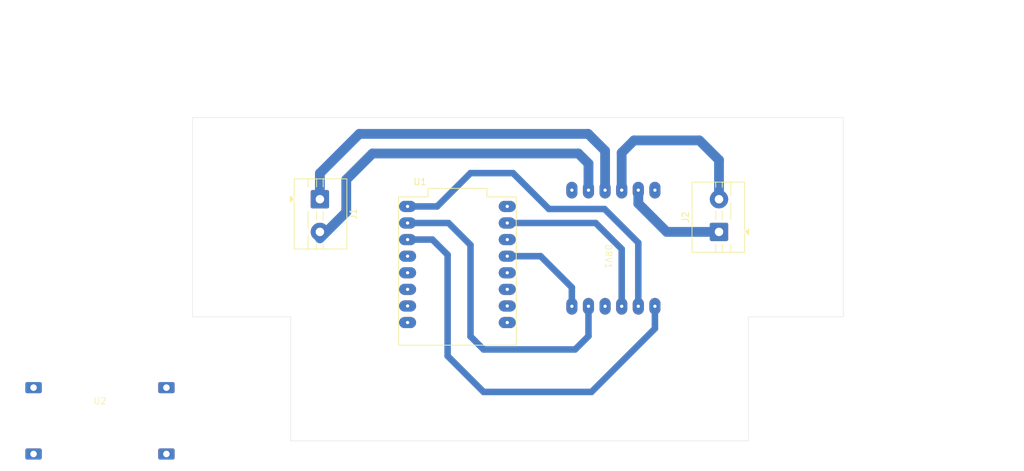
<source format=kicad_pcb>
(kicad_pcb (version 20241229) (generator "pcbnew") (generator_version "9.0")
  (layers (0 "F.Cu" signal) (2 "B.Cu" signal) (13 "F.Paste" user) (15 "B.Paste" user) (5 "F.SilkS" user "F.Silkscreen") (7 "B.SilkS" user "B.Silkscreen") (1 "F.Mask" user) (3 "B.Mask" user) (25 "Edge.Cuts" user))
  (net 0 "")
  (net 1 "GND")
  (net 4 "AIN1")
  (net 5 "TRIG")
  (net 10 "BIN2")
  (net 12 "ECHO")
  (net 13 "BIN1")
  (net 15 "AIN2")
  (net 16 "+5V")
  (net 17 "OUT3")
  (net 18 "OUT2")
  (net 19 "OUT1")
  (net 20 "OUT4")
  (net 22 "VCC")
  (footprint "TerminalBlock:TerminalBlock_MaiXu_MX126-5.0-02P_1x02_P5.00mm" (layer "F.Cu") (at 144.4675 72 -90)
    (property "Reference" "J1" (at 2.25 -5.12 90) (layer "F.SilkS"))
    (property "Value" "Screw_Terminal_01x02")
    (fp_line (start -3.12 3.92) (end -0.3 3.92) (stroke (width 0.12)) (layer "F.SilkS"))
    (fp_line (start 0.3 3.92) (end 7.62 3.92) (stroke (width 0.12)) (layer "F.SilkS"))
    (fp_line (start -3.12 1.8) (end -1.88 1.8) (stroke (width 0.12)) (layer "F.SilkS"))
    (fp_line (start 1.88 1.8) (end 4.457 1.8) (stroke (width 0.12)) (layer "F.SilkS"))
    (fp_line (start 5.543 1.8) (end 7.62 1.8) (stroke (width 0.12)) (layer "F.SilkS"))
    (fp_line (start -3.12 0.5) (end -1.88 0.5) (stroke (width 0.12)) (layer "F.SilkS"))
    (fp_line (start 1.88 0.5) (end 3.188 0.5) (stroke (width 0.12)) (layer "F.SilkS"))
    (fp_line (start 6.812 0.5) (end 7.62 0.5) (stroke (width 0.12)) (layer "F.SilkS"))
    (fp_line (start -3.12 -0.5) (end -1.88 -0.5) (stroke (width 0.12)) (layer "F.SilkS"))
    (fp_line (start 1.88 -0.5) (end 3.188 -0.5) (stroke (width 0.12)) (layer "F.SilkS"))
    (fp_line (start 6.812 -0.5) (end 7.62 -0.5) (stroke (width 0.12)) (layer "F.SilkS"))
    (fp_line (start -3.12 -4.12) (end -3.12 3.92) (stroke (width 0.12)) (layer "F.SilkS"))
    (fp_line (start -3.12 -4.12) (end 7.62 -4.12) (stroke (width 0.12)) (layer "F.SilkS"))
    (fp_line (start 7.62 -4.12) (end 7.62 3.92) (stroke (width 0.12)) (layer "F.SilkS"))
    (fp_poly (pts (xy 0 3.92) (xy 0.44 4.53) (xy -0.44 4.53)) (stroke (width 0.12)) (fill yes) (layer "F.SilkS"))
    (pad "1" thru_hole roundrect (at 0 0 270) (size 2.8 2.8) (drill 1.3) (layers "*.Cu" "*.Mask") (roundrect_rratio 0.089286) (net 17 "OUT3"))
    (pad "2" thru_hole circle (at 5 0 270) (size 2.8 2.8) (drill 1.3) (layers "*.Cu" "*.Mask") (net 20 "OUT4"))
  )
  (footprint "mini360:mini360" (layer "F.Cu") (at 110.84 103.38)
    (property "Reference" "U2" (at 0 -0.5 0) (layer "F.SilkS") (effects (font (thickness 0.1))))
    (property "Value" "~")
    (pad "1" thru_hole roundrect (at -10.16 -2.54) (size 2.5 1.7) (drill 1) (layers "*.Cu" "*.Mask") (roundrect_rratio 0.15))
    (pad "2" thru_hole roundrect (at -10.16 7.62) (size 2.5 1.7) (drill 1) (layers "*.Cu" "*.Mask") (roundrect_rratio 0.15))
    (pad "3" thru_hole roundrect (at 10.16 7.62) (size 2.5 1.7) (drill 1) (layers "*.Cu" "*.Mask") (roundrect_rratio 0.15))
    (pad "4" thru_hole roundrect (at 10.16 -2.54) (size 2.5 1.7) (drill 1) (layers "*.Cu" "*.Mask") (roundrect_rratio 0.15))
  )
  (footprint "ESP32-C3_SUPERMINI_TH:MODULE_ESP32-C3_SUPERMINI" (layer "F.Cu") (at 165.5 83)
    (property "Reference" "U1" (at -5.715 -13.6525 0) (layer "F.SilkS"))
    (property "Value" "ESP32-C3_SUPERMINI_TH")
    (fp_line (start -9 11.35) (end -9 -11.35) (stroke (width 0.127)) (layer "F.SilkS"))
    (fp_line (start -4.5 -12.65) (end -4.5 -11.35) (stroke (width 0.127)) (layer "F.SilkS"))
    (fp_line (start -4.5 -11.35) (end -9 -11.35) (stroke (width 0.127)) (layer "F.SilkS"))
    (fp_line (start 4.5 -12.65) (end -4.5 -12.65) (stroke (width 0.127)) (layer "F.SilkS"))
    (fp_line (start 4.5 -12.65) (end 4.5 -11.35) (stroke (width 0.127)) (layer "F.SilkS"))
    (fp_line (start 9 -11.35) (end 4.5 -11.35) (stroke (width 0.127)) (layer "F.SilkS"))
    (fp_line (start 9 11.35) (end -9 11.35) (stroke (width 0.127)) (layer "F.SilkS"))
    (fp_line (start 9 11.35) (end 9 -11.35) (stroke (width 0.127)) (layer "F.SilkS"))
    (pad "0" thru_hole oval (at 7.62 7.88) (size 2.6 1.7) (drill 0.5) (layers "*.Cu" "*.Mask"))
    (pad "1" thru_hole oval (at 7.62 5.34) (size 2.6 1.7) (drill 0.5) (layers "*.Cu" "*.Mask"))
    (pad "2" thru_hole oval (at 7.62 2.8) (size 2.6 1.7) (drill 0.5) (layers "*.Cu" "*.Mask"))
    (pad "3" thru_hole oval (at 7.62 0.26) (size 2.6 1.7) (drill 0.5) (layers "*.Cu" "*.Mask"))
    (pad "3.3" thru_hole oval (at 7.62 -4.82) (size 2.6 1.7) (drill 0.5) (layers "*.Cu" "*.Mask"))
    (pad "4" thru_hole oval (at 7.62 -2.28) (size 2.6 1.7) (drill 0.5) (layers "*.Cu" "*.Mask") (net 4 "AIN1"))
    (pad "5" thru_hole oval (at -7.62 -9.9) (size 2.6 1.7) (drill 0.5) (layers "*.Cu" "*.Mask") (net 15 "AIN2"))
    (pad "5V" thru_hole oval (at 7.62 -9.9) (size 2.6 1.7) (drill 0.5) (layers "*.Cu" "*.Mask") (net 16 "+5V"))
    (pad "6" thru_hole oval (at -7.62 -7.36) (size 2.6 1.7) (drill 0.5) (layers "*.Cu" "*.Mask") (net 13 "BIN1"))
    (pad "7" thru_hole oval (at -7.62 -4.82) (size 2.6 1.7) (drill 0.5) (layers "*.Cu" "*.Mask") (net 10 "BIN2"))
    (pad "8" thru_hole oval (at -7.62 -2.28) (size 2.6 1.7) (drill 0.5) (layers "*.Cu" "*.Mask") (net 5 "TRIG"))
    (pad "9" thru_hole oval (at -7.62 0.26) (size 2.6 1.7) (drill 0.5) (layers "*.Cu" "*.Mask") (net 12 "ECHO"))
    (pad "10" thru_hole oval (at -7.62 2.8) (size 2.6 1.7) (drill 0.5) (layers "*.Cu" "*.Mask"))
    (pad "20" thru_hole oval (at -7.62 5.34) (size 2.6 1.7) (drill 0.5) (layers "*.Cu" "*.Mask"))
    (pad "21" thru_hole oval (at -7.62 7.88) (size 2.6 1.7) (drill 0.5) (layers "*.Cu" "*.Mask"))
    (pad "G" thru_hole oval (at 7.62 -7.36) (size 2.6 1.7) (drill 0.5) (layers "*.Cu" "*.Mask") (net 1 "GND"))
  )
  (footprint "DRV8833:DRV8833" (layer "F.Cu") (at 188.08 80.77 -90)
    (property "Reference" "DRV1" (at 0 -0.5 270) (layer "F.SilkS") (effects (font (thickness 0.1))))
    (property "Value" "PUENTE H")
    (pad "1" thru_hole oval (at -10.16 -7.62 270) (size 2.55 1.7) (drill 0.5) (layers "*.Cu" "*.Mask"))
    (pad "2" thru_hole oval (at -10.16 -5.08 270) (size 2.55 1.7) (drill 0.5) (layers "*.Cu" "*.Mask") (net 19 "OUT1"))
    (pad "3" thru_hole oval (at -10.16 -2.54 270) (size 2.55 1.7) (drill 0.5) (layers "*.Cu" "*.Mask") (net 18 "OUT2"))
    (pad "4" thru_hole oval (at -10.16 0 270) (size 2.55 1.7) (drill 0.5) (layers "*.Cu" "*.Mask") (net 17 "OUT3"))
    (pad "5" thru_hole oval (at -10.16 2.54 270) (size 2.55 1.7) (drill 0.5) (layers "*.Cu" "*.Mask") (net 20 "OUT4"))
    (pad "6" thru_hole oval (at -10.16 5.08 270) (size 2.55 1.7) (drill 0.5) (layers "*.Cu" "*.Mask"))
    (pad "7" thru_hole oval (at 7.62 5.08 270) (size 2.55 1.7) (drill 0.5) (layers "*.Cu" "*.Mask") (net 4 "AIN1"))
    (pad "8" thru_hole oval (at 7.62 2.54 270) (size 2.55 1.7) (drill 0.5) (layers "*.Cu" "*.Mask") (net 13 "BIN1"))
    (pad "9" thru_hole oval (at 7.62 0 270) (size 2.55 1.7) (drill 0.5) (layers "*.Cu" "*.Mask") (net 22 "VCC"))
    (pad "10" thru_hole oval (at 7.62 -2.54 270) (size 2.55 1.7) (drill 0.5) (layers "*.Cu" "*.Mask") (net 1 "GND"))
    (pad "11" thru_hole oval (at 7.62 -5.08 270) (size 2.55 1.7) (drill 0.5) (layers "*.Cu" "*.Mask") (net 15 "AIN2"))
    (pad "12" thru_hole oval (at 7.62 -7.62 270) (size 2.55 1.7) (drill 0.5) (layers "*.Cu" "*.Mask") (net 10 "BIN2"))
  )
  (footprint "TerminalBlock:TerminalBlock_MaiXu_MX126-5.0-02P_1x02_P5.00mm" (layer "F.Cu") (at 205.5 77 90)
    (property "Reference" "J2" (at 2.25 -5.12 90) (layer "F.SilkS"))
    (property "Value" "Screw_Terminal_01x02")
    (fp_line (start 7.62 -4.12) (end 7.62 3.92) (stroke (width 0.12)) (layer "F.SilkS"))
    (fp_line (start -3.12 -4.12) (end 7.62 -4.12) (stroke (width 0.12)) (layer "F.SilkS"))
    (fp_line (start -3.12 -4.12) (end -3.12 3.92) (stroke (width 0.12)) (layer "F.SilkS"))
    (fp_line (start 6.812 -0.5) (end 7.62 -0.5) (stroke (width 0.12)) (layer "F.SilkS"))
    (fp_line (start 1.88 -0.5) (end 3.188 -0.5) (stroke (width 0.12)) (layer "F.SilkS"))
    (fp_line (start -3.12 -0.5) (end -1.88 -0.5) (stroke (width 0.12)) (layer "F.SilkS"))
    (fp_line (start 6.812 0.5) (end 7.62 0.5) (stroke (width 0.12)) (layer "F.SilkS"))
    (fp_line (start 1.88 0.5) (end 3.188 0.5) (stroke (width 0.12)) (layer "F.SilkS"))
    (fp_line (start -3.12 0.5) (end -1.88 0.5) (stroke (width 0.12)) (layer "F.SilkS"))
    (fp_line (start 5.543 1.8) (end 7.62 1.8) (stroke (width 0.12)) (layer "F.SilkS"))
    (fp_line (start 1.88 1.8) (end 4.457 1.8) (stroke (width 0.12)) (layer "F.SilkS"))
    (fp_line (start -3.12 1.8) (end -1.88 1.8) (stroke (width 0.12)) (layer "F.SilkS"))
    (fp_line (start 0.3 3.92) (end 7.62 3.92) (stroke (width 0.12)) (layer "F.SilkS"))
    (fp_line (start -3.12 3.92) (end -0.3 3.92) (stroke (width 0.12)) (layer "F.SilkS"))
    (fp_poly (pts (xy 0 3.92) (xy 0.44 4.53) (xy -0.44 4.53)) (stroke (width 0.12)) (fill yes) (layer "F.SilkS"))
    (pad "1" thru_hole roundrect (at 0 0 90) (size 2.8 2.8) (drill 1.3) (layers "*.Cu" "*.Mask") (roundrect_rratio 0.089286) (net 19 "OUT1"))
    (pad "2" thru_hole circle (at 5 0 90) (size 2.8 2.8) (drill 1.3) (layers "*.Cu" "*.Mask") (net 18 "OUT2"))
  )
  (gr_line (start 140 109) (end 210 109) (stroke (width 0.05)) (layer "Edge.Cuts"))
  (gr_line (start 125 90) (end 140 90) (stroke (width 0.05)) (layer "Edge.Cuts"))
  (gr_line (start 210 109) (end 210 90) (stroke (width 0.05)) (layer "Edge.Cuts"))
  (gr_line (start 125 59.5) (end 125 90) (stroke (width 0.05)) (layer "Edge.Cuts"))
  (gr_line (start 125 59.5) (end 224.5 59.5) (stroke (width 0.05)) (layer "Edge.Cuts"))
  (gr_line (start 140 90) (end 140 109) (stroke (width 0.05)) (layer "Edge.Cuts"))
  (gr_line (start 210 90) (end 224.5 90) (stroke (width 0.05)) (layer "Edge.Cuts"))
  (gr_line (start 224.5 90) (end 224.5 59.5) (stroke (width 0.05)) (layer "Edge.Cuts"))
  (segment (start 186.64 75.64) (end 173.12 75.64) (width 1) (layer "B.Cu") (net 1))
  (segment (start 190.62 79.62) (end 186.64 75.64) (width 1) (layer "B.Cu") (net 1))
  (segment (start 190.62 88.39) (end 190.62 79.62) (width 1) (layer "B.Cu") (net 1))
  (segment (start 178.22 80.72) (end 173.12 80.72) (width 1) (layer "B.Cu") (net 4))
  (segment (start 183 85.5) (end 178.22 80.72) (width 1) (layer "B.Cu") (net 4))
  (segment (start 183 88.39) (end 183 85.5) (width 1) (layer "B.Cu") (net 4))
  (segment (start 164 80.5) (end 161.68 78.18) (width 1) (layer "B.Cu") (net 10))
  (segment (start 195.7 88.39) (end 195.7 91.8) (width 1) (layer "B.Cu") (net 10))
  (segment (start 164 96) (end 164 80.5) (width 1) (layer "B.Cu") (net 10))
  (segment (start 161.68 78.18) (end 157.88 78.18) (width 1) (layer "B.Cu") (net 10))
  (segment (start 195.7 91.8) (end 186 101.5) (width 1) (layer "B.Cu") (net 10))
  (segment (start 169.5 101.5) (end 164 96) (width 1) (layer "B.Cu") (net 10))
  (segment (start 186 101.5) (end 169.5 101.5) (width 1) (layer "B.Cu") (net 10))
  (segment (start 185.54 92.96) (end 183.5 95) (width 1) (layer "B.Cu") (net 13))
  (segment (start 185.54 88.39) (end 185.54 92.96) (width 1) (layer "B.Cu") (net 13))
  (segment (start 164.14 75.64) (end 157.88 75.64) (width 1) (layer "B.Cu") (net 13))
  (segment (start 169.5 95) (end 167.5 93) (width 1) (layer "B.Cu") (net 13))
  (segment (start 183.5 95) (end 169.5 95) (width 1) (layer "B.Cu") (net 13))
  (segment (start 167.5 79) (end 164.14 75.64) (width 1) (layer "B.Cu") (net 13))
  (segment (start 167.5 93) (end 167.5 79) (width 1) (layer "B.Cu") (net 13))
  (segment (start 188 73.5) (end 179.5 73.5) (width 1) (layer "B.Cu") (net 15))
  (segment (start 179.5 73.5) (end 174 68) (width 1) (layer "B.Cu") (net 15))
  (segment (start 162.4 73.1) (end 157.88 73.1) (width 1) (layer "B.Cu") (net 15))
  (segment (start 174 68) (end 167.5 68) (width 1) (layer "B.Cu") (net 15))
  (segment (start 193.16 78.66) (end 188 73.5) (width 1) (layer "B.Cu") (net 15))
  (segment (start 193.16 88.39) (end 193.16 78.66) (width 1) (layer "B.Cu") (net 15))
  (segment (start 167.5 68) (end 162.4 73.1) (width 1) (layer "B.Cu") (net 15))
  (segment (start 185.5 62) (end 188.08 64.58) (width 1.5) (layer "B.Cu") (net 17))
  (segment (start 188.08 64.58) (end 188.08 70.61) (width 1.5) (layer "B.Cu") (net 17))
  (segment (start 144.4675 68.0325) (end 150.5 62) (width 1.5) (layer "B.Cu") (net 17))
  (segment (start 144.4675 72) (end 144.4675 68.0325) (width 1.5) (layer "B.Cu") (net 17))
  (segment (start 150.5 62) (end 185.5 62) (width 1.5) (layer "B.Cu") (net 17))
  (segment (start 205.5 72) (end 205.5 66) (width 1.5) (layer "B.Cu") (net 18))
  (segment (start 190.62 64.88) (end 190.62 70.61) (width 1.5) (layer "B.Cu") (net 18))
  (segment (start 205.5 66) (end 202.5 63) (width 1.5) (layer "B.Cu") (net 18))
  (segment (start 202.5 63) (end 192.5 63) (width 1.5) (layer "B.Cu") (net 18))
  (segment (start 192.5 63) (end 190.62 64.88) (width 1.5) (layer "B.Cu") (net 18))
  (segment (start 197.5 77) (end 205.5 77) (width 1.5) (layer "B.Cu") (net 19))
  (segment (start 193.16 72.66) (end 197.5 77) (width 1.5) (layer "B.Cu") (net 19))
  (segment (start 193.16 70.61) (end 193.16 72.66) (width 1.5) (layer "B.Cu") (net 19))
  (segment (start 148.5 73.9675) (end 148.5 69) (width 1.5) (layer "B.Cu") (net 20))
  (segment (start 185.54 66.54) (end 185.54 70.61) (width 1.5) (layer "B.Cu") (net 20))
  (segment (start 144.4675 78) (end 148.5 73.9675) (width 1.5) (layer "B.Cu") (net 20))
  (segment (start 152.5 65) (end 184 65) (width 1.5) (layer "B.Cu") (net 20))
  (segment (start 184 65) (end 185.54 66.54) (width 1.5) (layer "B.Cu") (net 20))
  (segment (start 148.5 69) (end 152.5 65) (width 1.5) (layer "B.Cu") (net 20))
)
</source>
